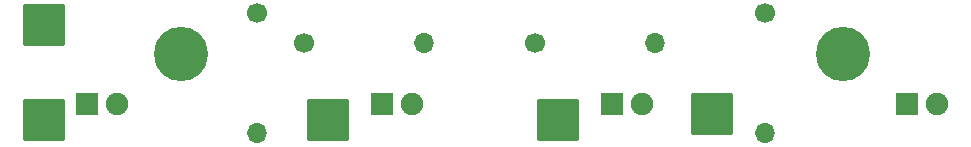
<source format=gbr>
%TF.GenerationSoftware,KiCad,Pcbnew,6.0.5*%
%TF.CreationDate,2022-09-22T17:37:43+02:00*%
%TF.ProjectId,ABS_Simulator_LEDs_a,4142535f-5369-46d7-956c-61746f725f4c,1.0*%
%TF.SameCoordinates,Original*%
%TF.FileFunction,Soldermask,Bot*%
%TF.FilePolarity,Negative*%
%FSLAX46Y46*%
G04 Gerber Fmt 4.6, Leading zero omitted, Abs format (unit mm)*
G04 Created by KiCad (PCBNEW 6.0.5) date 2022-09-22 17:37:43*
%MOMM*%
%LPD*%
G01*
G04 APERTURE LIST*
G04 Aperture macros list*
%AMRoundRect*
0 Rectangle with rounded corners*
0 $1 Rounding radius*
0 $2 $3 $4 $5 $6 $7 $8 $9 X,Y pos of 4 corners*
0 Add a 4 corners polygon primitive as box body*
4,1,4,$2,$3,$4,$5,$6,$7,$8,$9,$2,$3,0*
0 Add four circle primitives for the rounded corners*
1,1,$1+$1,$2,$3*
1,1,$1+$1,$4,$5*
1,1,$1+$1,$6,$7*
1,1,$1+$1,$8,$9*
0 Add four rect primitives between the rounded corners*
20,1,$1+$1,$2,$3,$4,$5,0*
20,1,$1+$1,$4,$5,$6,$7,0*
20,1,$1+$1,$6,$7,$8,$9,0*
20,1,$1+$1,$8,$9,$2,$3,0*%
G04 Aperture macros list end*
%ADD10RoundRect,0.300002X-1.499998X-1.499998X1.499998X-1.499998X1.499998X1.499998X-1.499998X1.499998X0*%
%ADD11C,1.700000*%
%ADD12O,1.700000X1.700000*%
%ADD13RoundRect,0.050000X-0.900000X-0.900000X0.900000X-0.900000X0.900000X0.900000X-0.900000X0.900000X0*%
%ADD14C,1.900000*%
%ADD15C,4.600000*%
G04 APERTURE END LIST*
D10*
%TO.C,J3*%
X122500000Y-46500000D03*
%TD*%
D11*
%TO.C,R3*%
X140000000Y-40000000D03*
D12*
X150160000Y-40000000D03*
%TD*%
D11*
%TO.C,R1*%
X116500000Y-37500000D03*
D12*
X116500000Y-47660000D03*
%TD*%
D13*
%TO.C,D3*%
X146529999Y-45150000D03*
D14*
X149069999Y-45150000D03*
%TD*%
D13*
%TO.C,D4*%
X171530000Y-45150000D03*
D14*
X174070000Y-45150000D03*
%TD*%
D10*
%TO.C,J5*%
X155000000Y-46000000D03*
%TD*%
%TO.C,J1*%
X98500000Y-38500000D03*
%TD*%
%TO.C,J2*%
X98500000Y-46500000D03*
%TD*%
D13*
%TO.C,D1*%
X102130000Y-45150000D03*
D14*
X104670000Y-45150000D03*
%TD*%
D11*
%TO.C,R4*%
X159500000Y-37500000D03*
D12*
X159500000Y-47660000D03*
%TD*%
D15*
%TO.C,H1*%
X110100000Y-40950000D03*
%TD*%
D11*
%TO.C,R2*%
X120500000Y-40000000D03*
D12*
X130660000Y-40000000D03*
%TD*%
D13*
%TO.C,D2*%
X127125000Y-45150000D03*
D14*
X129665000Y-45150000D03*
%TD*%
D10*
%TO.C,J4*%
X142000000Y-46500000D03*
%TD*%
D15*
%TO.C,H2*%
X166100000Y-40950000D03*
%TD*%
M02*

</source>
